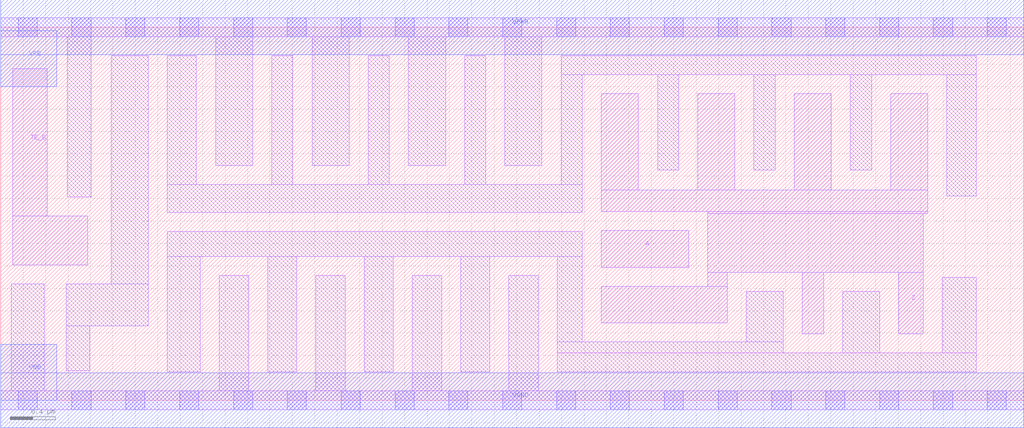
<source format=lef>
# Copyright 2020 The SkyWater PDK Authors
#
# Licensed under the Apache License, Version 2.0 (the "License");
# you may not use this file except in compliance with the License.
# You may obtain a copy of the License at
#
#     https://www.apache.org/licenses/LICENSE-2.0
#
# Unless required by applicable law or agreed to in writing, software
# distributed under the License is distributed on an "AS IS" BASIS,
# WITHOUT WARRANTIES OR CONDITIONS OF ANY KIND, either express or implied.
# See the License for the specific language governing permissions and
# limitations under the License.
#
# SPDX-License-Identifier: Apache-2.0

VERSION 5.5 ;
NAMESCASESENSITIVE ON ;
BUSBITCHARS "[]" ;
DIVIDERCHAR "/" ;
MACRO sky130_fd_sc_lp__einvn_8
  CLASS CORE ;
  SOURCE USER ;
  ORIGIN  0.000000  0.000000 ;
  SIZE  9.120000 BY  3.330000 ;
  SYMMETRY X Y R90 ;
  SITE unit ;
  PIN A
    ANTENNAGATEAREA  2.520000 ;
    DIRECTION INPUT ;
    USE SIGNAL ;
    PORT
      LAYER li1 ;
        RECT 5.355000 1.185000 6.135000 1.515000 ;
    END
  END A
  PIN TE_B
    ANTENNAGATEAREA  1.827000 ;
    DIRECTION INPUT ;
    USE SIGNAL ;
    PORT
      LAYER li1 ;
        RECT 0.105000 1.210000 0.775000 1.645000 ;
        RECT 0.105000 1.645000 0.415000 2.960000 ;
    END
  END TE_B
  PIN Z
    ANTENNADIFFAREA  2.352000 ;
    DIRECTION OUTPUT ;
    USE SIGNAL ;
    PORT
      LAYER li1 ;
        RECT 5.355000 0.690000 6.475000 1.015000 ;
        RECT 5.355000 1.685000 8.265000 1.875000 ;
        RECT 5.355000 1.875000 5.685000 2.735000 ;
        RECT 6.215000 1.875000 6.545000 2.735000 ;
        RECT 6.305000 1.015000 6.475000 1.140000 ;
        RECT 6.305000 1.140000 8.225000 1.665000 ;
        RECT 6.305000 1.665000 8.265000 1.685000 ;
        RECT 7.075000 1.875000 7.405000 2.735000 ;
        RECT 7.145000 0.595000 7.335000 1.140000 ;
        RECT 7.935000 1.875000 8.265000 2.735000 ;
        RECT 8.005000 0.595000 8.225000 1.140000 ;
    END
  END Z
  PIN VGND
    DIRECTION INOUT ;
    USE GROUND ;
    PORT
      LAYER met1 ;
        RECT 0.000000 -0.245000 9.120000 0.245000 ;
    END
  END VGND
  PIN VNB
    DIRECTION INOUT ;
    USE GROUND ;
    PORT
      LAYER met1 ;
        RECT 0.000000 0.000000 0.500000 0.500000 ;
    END
  END VNB
  PIN VPB
    DIRECTION INOUT ;
    USE POWER ;
    PORT
      LAYER met1 ;
        RECT 0.000000 2.800000 0.500000 3.300000 ;
    END
  END VPB
  PIN VPWR
    DIRECTION INOUT ;
    USE POWER ;
    PORT
      LAYER met1 ;
        RECT 0.000000 3.085000 9.120000 3.575000 ;
    END
  END VPWR
  OBS
    LAYER li1 ;
      RECT 0.000000 -0.085000 9.120000 0.085000 ;
      RECT 0.000000  3.245000 9.120000 3.415000 ;
      RECT 0.095000  0.085000 0.390000 1.040000 ;
      RECT 0.585000  0.265000 0.795000 0.665000 ;
      RECT 0.585000  0.665000 1.315000 1.040000 ;
      RECT 0.595000  1.815000 0.805000 3.245000 ;
      RECT 0.985000  1.040000 1.315000 3.075000 ;
      RECT 1.485000  0.255000 1.780000 1.285000 ;
      RECT 1.485000  1.285000 5.185000 1.505000 ;
      RECT 1.485000  1.675000 5.185000 1.925000 ;
      RECT 1.485000  1.925000 1.745000 3.075000 ;
      RECT 1.915000  2.095000 2.245000 3.245000 ;
      RECT 1.950000  0.085000 2.210000 1.115000 ;
      RECT 2.380000  0.255000 2.640000 1.285000 ;
      RECT 2.415000  1.925000 2.605000 3.075000 ;
      RECT 2.775000  2.095000 3.105000 3.245000 ;
      RECT 2.810000  0.085000 3.070000 1.115000 ;
      RECT 3.240000  0.255000 3.500000 1.285000 ;
      RECT 3.275000  1.925000 3.465000 3.075000 ;
      RECT 3.635000  2.095000 3.965000 3.245000 ;
      RECT 3.670000  0.085000 3.930000 1.115000 ;
      RECT 4.100000  0.255000 4.360000 1.285000 ;
      RECT 4.135000  1.925000 4.325000 3.075000 ;
      RECT 4.495000  2.095000 4.825000 3.245000 ;
      RECT 4.530000  0.085000 4.790000 1.115000 ;
      RECT 4.960000  0.255000 8.695000 0.425000 ;
      RECT 4.960000  0.425000 6.975000 0.520000 ;
      RECT 4.960000  0.520000 5.185000 1.285000 ;
      RECT 4.995000  1.925000 5.185000 2.905000 ;
      RECT 4.995000  2.905000 8.695000 3.075000 ;
      RECT 5.855000  2.055000 6.045000 2.905000 ;
      RECT 6.645000  0.520000 6.975000 0.970000 ;
      RECT 6.715000  2.055000 6.905000 2.905000 ;
      RECT 7.505000  0.425000 7.835000 0.970000 ;
      RECT 7.575000  2.055000 7.765000 2.905000 ;
      RECT 8.395000  0.425000 8.695000 1.095000 ;
      RECT 8.435000  1.825000 8.695000 2.905000 ;
    LAYER mcon ;
      RECT 0.155000 -0.085000 0.325000 0.085000 ;
      RECT 0.155000  3.245000 0.325000 3.415000 ;
      RECT 0.635000 -0.085000 0.805000 0.085000 ;
      RECT 0.635000  3.245000 0.805000 3.415000 ;
      RECT 1.115000 -0.085000 1.285000 0.085000 ;
      RECT 1.115000  3.245000 1.285000 3.415000 ;
      RECT 1.595000 -0.085000 1.765000 0.085000 ;
      RECT 1.595000  3.245000 1.765000 3.415000 ;
      RECT 2.075000 -0.085000 2.245000 0.085000 ;
      RECT 2.075000  3.245000 2.245000 3.415000 ;
      RECT 2.555000 -0.085000 2.725000 0.085000 ;
      RECT 2.555000  3.245000 2.725000 3.415000 ;
      RECT 3.035000 -0.085000 3.205000 0.085000 ;
      RECT 3.035000  3.245000 3.205000 3.415000 ;
      RECT 3.515000 -0.085000 3.685000 0.085000 ;
      RECT 3.515000  3.245000 3.685000 3.415000 ;
      RECT 3.995000 -0.085000 4.165000 0.085000 ;
      RECT 3.995000  3.245000 4.165000 3.415000 ;
      RECT 4.475000 -0.085000 4.645000 0.085000 ;
      RECT 4.475000  3.245000 4.645000 3.415000 ;
      RECT 4.955000 -0.085000 5.125000 0.085000 ;
      RECT 4.955000  3.245000 5.125000 3.415000 ;
      RECT 5.435000 -0.085000 5.605000 0.085000 ;
      RECT 5.435000  3.245000 5.605000 3.415000 ;
      RECT 5.915000 -0.085000 6.085000 0.085000 ;
      RECT 5.915000  3.245000 6.085000 3.415000 ;
      RECT 6.395000 -0.085000 6.565000 0.085000 ;
      RECT 6.395000  3.245000 6.565000 3.415000 ;
      RECT 6.875000 -0.085000 7.045000 0.085000 ;
      RECT 6.875000  3.245000 7.045000 3.415000 ;
      RECT 7.355000 -0.085000 7.525000 0.085000 ;
      RECT 7.355000  3.245000 7.525000 3.415000 ;
      RECT 7.835000 -0.085000 8.005000 0.085000 ;
      RECT 7.835000  3.245000 8.005000 3.415000 ;
      RECT 8.315000 -0.085000 8.485000 0.085000 ;
      RECT 8.315000  3.245000 8.485000 3.415000 ;
      RECT 8.795000 -0.085000 8.965000 0.085000 ;
      RECT 8.795000  3.245000 8.965000 3.415000 ;
  END
END sky130_fd_sc_lp__einvn_8

</source>
